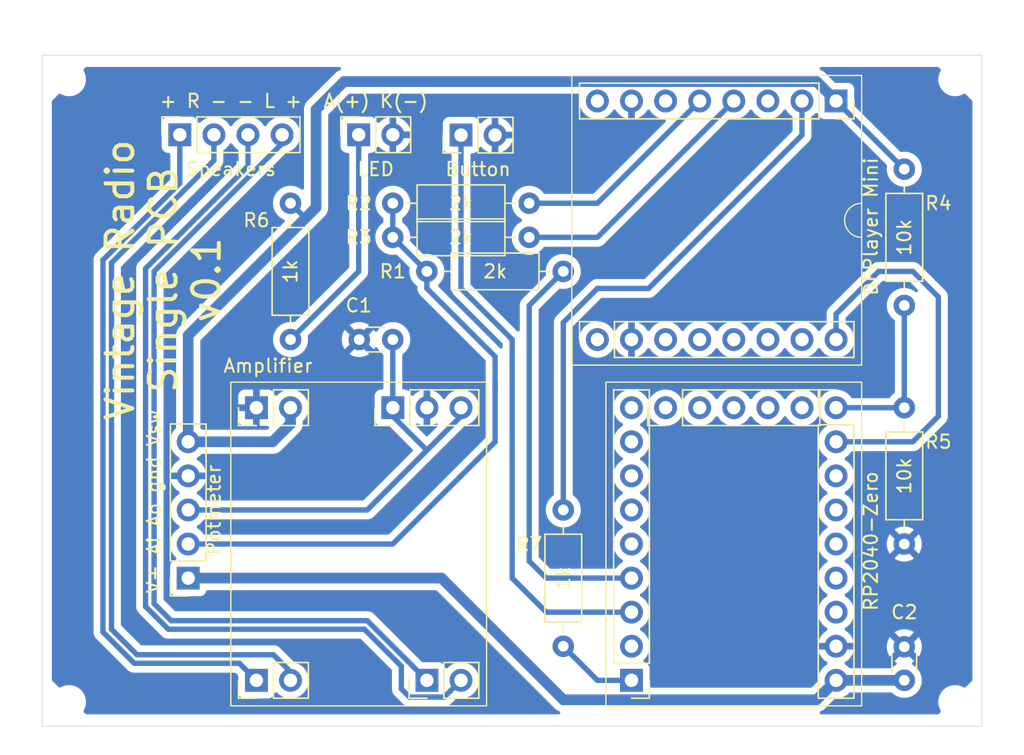
<source format=kicad_pcb>
(kicad_pcb (version 20240108) (generator "pcbnew") (generator_version "8.0")
  (layers (0 "F.Cu" signal) (31 "B.Cu" signal) (34 "B.Paste" user) (35 "F.Paste" user) (36 "B.SilkS" user "B.Silkscreen") (37 "F.SilkS" user "F.Silkscreen") (38 "B.Mask" user) (39 "F.Mask" user) (44 "Edge.Cuts" user))
  (net 0 "")
  (net 1 "Net-(J1-Pin_3)")
  (net 2 "GND")
  (net 3 "Net-(J1-Pin_1)")
  (net 4 "VCC")
  (net 5 "Net-(J1-Pin_2)")
  (net 6 "Net-(J3-Pin_1)")
  (net 7 "Net-(J3-Pin_2)")
  (net 8 "Net-(J4-Pin_4)")
  (net 9 "Net-(J4-Pin_3)")
  (net 10 "Net-(J7-Pin_1)")
  (net 11 "Net-(J8-Pin_1)")
  (net 17 "Net-(J8-Pin_4)")
  (net 19 "Net-(J9-Pin_1)")
  (net 26 "Net-(J11-Pin_1)")
  (net 29 "Net-(J11-Pin_2)")
  (net 34 "Net-(J12-Pin_4)")
  (net 35 "Net-(J12-Pin_5)")
  (net 37 "Net-(J12-Pin_2)")
  (footprint "Connector_PinSocket_2.54mm:PinSocket_1x05_P2.54mm_Vertical" (layer "F.Cu") (at 160.87 88.97 180)
    (property "Reference" "J1" (hide yes))
    (property "Value" "Potmeter" (at -1.905 5.08 90) (layer "F.SilkS"))
    (property "Hint" "V+ Ai Ao gnd Vsw" (at 2.54 5.715 90) (layer "F.SilkS"))
    (fp_line (start 1.33 1.27) (end 1.33 11.49) (stroke (width 0.12)) (layer "F.SilkS"))
    (fp_line (start 1.33 -1.33) (end 1.33 0) (stroke (width 0.12)) (layer "F.SilkS"))
    (fp_line (start 0 -1.33) (end 1.33 -1.33) (stroke (width 0.12)) (layer "F.SilkS"))
    (fp_line (start -1.33 11.49) (end 1.33 11.49) (stroke (width 0.12)) (layer "F.SilkS"))
    (fp_line (start -1.33 1.27) (end 1.33 1.27) (stroke (width 0.12)) (layer "F.SilkS"))
    (fp_line (start -1.33 1.27) (end -1.33 11.49) (stroke (width 0.12)) (layer "F.SilkS"))
    (pad "1" thru_hole rect (at 0 0 180) (size 1.7 1.7) (drill 1) (layers "*.Cu" "*.Mask") (net 3 "Net-(J1-Pin_1)"))
    (pad "2" thru_hole oval (at 0 2.54 180) (size 1.7 1.7) (drill 1) (layers "*.Cu" "*.Mask") (net 5 "Net-(J1-Pin_2)"))
    (pad "3" thru_hole oval (at 0 5.08 180) (size 1.7 1.7) (drill 1) (layers "*.Cu" "*.Mask") (net 1 "Net-(J1-Pin_3)"))
    (pad "4" thru_hole oval (at 0 7.62 180) (size 1.7 1.7) (drill 1) (layers "*.Cu" "*.Mask") (net 2 "GND"))
    (pad "5" thru_hole oval (at 0 10.16 180) (size 1.7 1.7) (drill 1) (layers "*.Cu" "*.Mask") (net 4 "VCC"))
  )
  (footprint "MountingHole:MountingHole_2mm" (layer "F.Cu") (at 152 98.2)
    (property "Reference" "H3" (hide yes))
    (property "Value" "MountingHole")
    (pad "" np_thru_hole circle (at 0 0) (size 2 2) (drill 2) (layers "*.Cu" "*.Mask"))
  )
  (footprint "Connector_PinHeader_2.54mm:PinHeader_1x05_P2.54mm_Vertical" (layer "F.Cu") (at 196.43 76.27 90)
    (property "Reference" "J10" (hide yes))
    (property "Value" "Conn_01x05_Pin")
    (fp_line (start -1.33 -1.33) (end 0 -1.33) (stroke (width 0.12)) (layer "F.SilkS"))
    (fp_line (start -1.33 0) (end -1.33 -1.33) (stroke (width 0.12)) (layer "F.SilkS"))
    (fp_line (start 1.33 1.27) (end 1.33 11.49) (stroke (width 0.12)) (layer "F.SilkS"))
    (fp_line (start -1.33 1.27) (end 1.33 1.27) (stroke (width 0.12)) (layer "F.SilkS"))
    (fp_line (start -1.33 1.27) (end -1.33 11.49) (stroke (width 0.12)) (layer "F.SilkS"))
    (fp_line (start -1.33 11.49) (end 1.33 11.49) (stroke (width 0.12)) (layer "F.SilkS"))
    (pad "1" thru_hole circle (at 0 0 90) (size 1.7 1.7) (drill 1) (layers "*.Cu" "*.Mask"))
    (pad "2" thru_hole oval (at 0 2.54 90) (size 1.7 1.7) (drill 1) (layers "*.Cu" "*.Mask"))
    (pad "3" thru_hole oval (at 0 5.08 90) (size 1.7 1.7) (drill 1) (layers "*.Cu" "*.Mask"))
    (pad "4" thru_hole oval (at 0 7.62 90) (size 1.7 1.7) (drill 1) (layers "*.Cu" "*.Mask"))
    (pad "5" thru_hole oval (at 0 10.16 90) (size 1.7 1.7) (drill 1) (layers "*.Cu" "*.Mask"))
  )
  (footprint "Connector_PinHeader_2.54mm:PinHeader_1x02_P2.54mm_Vertical" (layer "F.Cu") (at 178.65 96.59 90)
    (property "Reference" "J6" (hide yes))
    (property "Value" "Out L")
    (fp_line (start -1.33 -1.33) (end 0 -1.33) (stroke (width 0.12)) (layer "F.SilkS"))
    (fp_line (start -1.33 0) (end -1.33 -1.33) (stroke (width 0.12)) (layer "F.SilkS"))
    (fp_line (start 1.33 1.27) (end 1.33 3.87) (stroke (width 0.12)) (layer "F.SilkS"))
    (fp_line (start -1.33 1.27) (end 1.33 1.27) (stroke (width 0.12)) (layer "F.SilkS"))
    (fp_line (start -1.33 1.27) (end -1.33 3.87) (stroke (width 0.12)) (layer "F.SilkS"))
    (fp_line (start -1.33 3.87) (end 1.33 3.87) (stroke (width 0.12)) (layer "F.SilkS"))
    (pad "1" thru_hole rect (at 0 0 90) (size 1.7 1.7) (drill 1) (layers "*.Cu" "*.Mask") (net 8 "Net-(J4-Pin_4)"))
    (pad "2" thru_hole oval (at 0 2.54 90) (size 1.7 1.7) (drill 1) (layers "*.Cu" "*.Mask") (net 9 "Net-(J4-Pin_3)"))
  )
  (footprint "Resistor_THT:R_Axial_DIN0207_L6.3mm_D2.5mm_P10.16mm_Horizontal" (layer "F.Cu") (at 214.21 58.49 -90)
    (property "Reference" "R4" (at 2.54 -2.54 360) (layer "F.SilkS"))
    (property "Value" "10k" (at 5.08 0 90) (layer "F.SilkS"))
    (fp_line (start 1.81 1.37) (end 8.35 1.37) (stroke (width 0.12)) (layer "F.SilkS"))
    (fp_line (start 8.35 1.37) (end 8.35 -1.37) (stroke (width 0.12)) (layer "F.SilkS"))
    (fp_line (start 1.04 0) (end 1.81 0) (stroke (width 0.12)) (layer "F.SilkS"))
    (fp_line (start 9.12 0) (end 8.35 0) (stroke (width 0.12)) (layer "F.SilkS"))
    (fp_line (start 1.81 -1.37) (end 1.81 1.37) (stroke (width 0.12)) (layer "F.SilkS"))
    (fp_line (start 8.35 -1.37) (end 1.81 -1.37) (stroke (width 0.12)) (layer "F.SilkS"))
    (pad "1" thru_hole circle (at 0 0 270) (size 1.6 1.6) (drill 0.8) (layers "*.Cu" "*.Mask") (net 4 "VCC"))
    (pad "2" thru_hole oval (at 10.16 0 270) (size 1.6 1.6) (drill 0.8) (layers "*.Cu" "*.Mask") (net 26 "Net-(J11-Pin_1)"))
  )
  (footprint "MountingHole:MountingHole_2mm" (layer "F.Cu") (at 152 51.8)
    (property "Reference" "H1" (hide yes))
    (property "Value" "MountingHole")
    (pad "" np_thru_hole circle (at 0 0) (size 2 2) (drill 2) (layers "*.Cu" "*.Mask"))
  )
  (footprint "MountingHole:MountingHole_2mm" (layer "F.Cu") (at 218 98.2)
    (property "Reference" "H4" (hide yes))
    (property "Value" "MountingHole")
    (pad "" np_thru_hole circle (at 0 0) (size 2 2) (drill 2) (layers "*.Cu" "*.Mask"))
  )
  (footprint "Connector_PinHeader_2.54mm:PinHeader_1x09_P2.54mm_Vertical" (layer "F.Cu") (at 193.89 96.59 180)
    (property "Reference" "J8" (hide yes))
    (property "Value" "Conn_01x09_Pin")
    (fp_line (start 1.33 1.27) (end 1.33 21.65) (stroke (width 0.12)) (layer "F.SilkS"))
    (fp_line (start -1.33 21.65) (end 1.33 21.65) (stroke (width 0.12)) (layer "F.SilkS"))
    (fp_line (start -1.33 1.27) (end 1.33 1.27) (stroke (width 0.12)) (layer "F.SilkS"))
    (fp_line (start -1.33 1.27) (end -1.33 21.65) (stroke (width 0.12)) (layer "F.SilkS"))
    (fp_line (start -1.33 0) (end -1.33 -1.33) (stroke (width 0.12)) (layer "F.SilkS"))
    (fp_line (start -1.33 -1.33) (end 0 -1.33) (stroke (width 0.12)) (layer "F.SilkS"))
    (pad "1" thru_hole rect (at 0 0 180) (size 1.7 1.7) (drill 1) (layers "*.Cu" "*.Mask") (net 11 "Net-(J8-Pin_1)"))
    (pad "2" thru_hole oval (at 0 2.54 180) (size 1.7 1.7) (drill 1) (layers "*.Cu" "*.Mask"))
    (pad "3" thru_hole oval (at 0 5.08 180) (size 1.7 1.7) (drill 1) (layers "*.Cu" "*.Mask") (net 10 "Net-(J7-Pin_1)"))
    (pad "4" thru_hole oval (at 0 7.62 180) (size 1.7 1.7) (drill 1) (layers "*.Cu" "*.Mask") (net 17 "Net-(J8-Pin_4)"))
    (pad "5" thru_hole oval (at 0 10.16 180) (size 1.7 1.7) (drill 1) (layers "*.Cu" "*.Mask"))
    (pad "6" thru_hole oval (at 0 12.7 180) (size 1.7 1.7) (drill 1) (layers "*.Cu" "*.Mask"))
    (pad "7" thru_hole oval (at 0 15.24 180) (size 1.7 1.7) (drill 1) (layers "*.Cu" "*.Mask"))
    (pad "8" thru_hole oval (at 0 17.78 180) (size 1.7 1.7) (drill 1) (layers "*.Cu" "*.Mask"))
    (pad "9" thru_hole oval (at 0 20.32 180) (size 1.7 1.7) (drill 1) (layers "*.Cu" "*.Mask"))
  )
  (footprint "Connector_PinHeader_2.54mm:PinHeader_1x03_P2.54mm_Vertical" (layer "F.Cu") (at 176.11 76.27 90)
    (property "Reference" "J5" (hide yes))
    (property "Value" "Volume")
    (fp_line (start -1.33 -1.33) (end 0 -1.33) (stroke (width 0.12)) (layer "F.SilkS"))
    (fp_line (start -1.33 0) (end -1.33 -1.33) (stroke (width 0.12)) (layer "F.SilkS"))
    (fp_line (start 1.33 1.27) (end 1.33 6.41) (stroke (width 0.12)) (layer "F.SilkS"))
    (fp_line (start -1.33 1.27) (end 1.33 1.27) (stroke (width 0.12)) (layer "F.SilkS"))
    (fp_line (start -1.33 1.27) (end -1.33 6.41) (stroke (width 0.12)) (layer "F.SilkS"))
    (fp_line (start -1.33 6.41) (end 1.33 6.41) (stroke (width 0.12)) (layer "F.SilkS"))
    (pad "1" thru_hole rect (at 0 0 90) (size 1.7 1.7) (drill 1) (layers "*.Cu" "*.Mask") (net 1 "Net-(J1-Pin_3)"))
    (pad "2" thru_hole oval (at 0 2.54 90) (size 1.7 1.7) (drill 1) (layers "*.Cu" "*.Mask") (net 2 "GND"))
    (pad "3" thru_hole oval (at 0 5.08 90) (size 1.7 1.7) (drill 1) (layers "*.Cu" "*.Mask") (net 1 "Net-(J1-Pin_3)"))
  )
  (footprint "Connector_PinHeader_2.54mm:PinHeader_1x02_P2.54mm_Vertical" (layer "F.Cu") (at 165.95 96.59 90)
    (property "Reference" "J3" (hide yes))
    (property "Value" "Out R")
    (fp_line (start -1.33 -1.33) (end 0 -1.33) (stroke (width 0.12)) (layer "F.SilkS"))
    (fp_line (start -1.33 0) (end -1.33 -1.33) (stroke (width 0.12)) (layer "F.SilkS"))
    (fp_line (start 1.33 1.27) (end 1.33 3.87) (stroke (width 0.12)) (layer "F.SilkS"))
    (fp_line (start -1.33 1.27) (end 1.33 1.27) (stroke (width 0.12)) (layer "F.SilkS"))
    (fp_line (start -1.33 1.27) (end -1.33 3.87) (stroke (width 0.12)) (layer "F.SilkS"))
    (fp_line (start -1.33 3.87) (end 1.33 3.87) (stroke (width 0.12)) (layer "F.SilkS"))
    (pad "1" thru_hole rect (at 0 0 90) (size 1.7 1.7) (drill 1) (layers "*.Cu" "*.Mask") (net 6 "Net-(J3-Pin_1)"))
    (pad "2" thru_hole oval (at 0 2.54 90) (size 1.7 1.7) (drill 1) (layers "*.Cu" "*.Mask") (net 7 "Net-(J3-Pin_2)"))
  )
  (footprint "Connector_PinSocket_2.54mm:PinSocket_1x08_P2.54mm_Vertical" (layer "F.Cu") (at 191.35 71.19 90)
    (property "Reference" "J13" (hide yes))
    (property "Value" "Conn_01x08_Socket")
    (fp_line (start 1.33 -1.33) (end 1.33 0) (stroke (width 0.12)) (layer "F.SilkS"))
    (fp_line (start 0 -1.33) (end 1.33 -1.33) (stroke (width 0.12)) (layer "F.SilkS"))
    (fp_line (start 1.33 1.27) (end 1.33 19.11) (stroke (width 0.12)) (layer "F.SilkS"))
    (fp_line (start -1.33 1.27) (end 1.33 1.27) (stroke (width 0.12)) (layer "F.SilkS"))
    (fp_line (start -1.33 1.27) (end -1.33 19.11) (stroke (width 0.12)) (layer "F.SilkS"))
    (fp_line (start -1.33 19.11) (end 1.33 19.11) (stroke (width 0.12)) (layer "F.SilkS"))
    (pad "1" thru_hole circle (at 0 0 90) (size 1.7 1.7) (drill 1) (layers "*.Cu" "*.Mask"))
    (pad "2" thru_hole oval (at 0 2.54 90) (size 1.7 1.7) (drill 1) (layers "*.Cu" "*.Mask") (net 2 "GND"))
    (pad "3" thru_hole oval (at 0 5.08 90) (size 1.7 1.7) (drill 1) (layers "*.Cu" "*.Mask"))
    (pad "4" thru_hole oval (at 0 7.62 90) (size 1.7 1.7) (drill 1) (layers "*.Cu" "*.Mask"))
    (pad "5" thru_hole oval (at 0 10.16 90) (size 1.7 1.7) (drill 1) (layers "*.Cu" "*.Mask"))
    (pad "6" thru_hole oval (at 0 12.7 90) (size 1.7 1.7) (drill 1) (layers "*.Cu" "*.Mask"))
    (pad "7" thru_hole oval (at 0 15.24 90) (size 1.7 1.7) (drill 1) (layers "*.Cu" "*.Mask"))
    (pad "8" thru_hole oval (at 0 17.78 90) (size 1.7 1.7) (drill 1) (layers "*.Cu" "*.Mask") (net 29 "Net-(J11-Pin_2)"))
  )
  (footprint "Connector_PinHeader_2.54mm:PinHeader_1x02_P2.54mm_Vertical" (layer "F.Cu") (at 165.95 76.27 90)
    (property "Reference" "J2" (hide yes))
    (property "Value" "PWR")
    (fp_line (start -1.33 -1.33) (end 0 -1.33) (stroke (width 0.12)) (layer "F.SilkS"))
    (fp_line (start -1.33 0) (end -1.33 -1.33) (stroke (width 0.12)) (layer "F.SilkS"))
    (fp_line (start 1.33 1.27) (end 1.33 3.87) (stroke (width 0.12)) (layer "F.SilkS"))
    (fp_line (start -1.33 1.27) (end 1.33 1.27) (stroke (width 0.12)) (layer "F.SilkS"))
    (fp_line (start -1.33 1.27) (end -1.33 3.87) (stroke (width 0.12)) (layer "F.SilkS"))
    (fp_line (start -1.33 3.87) (end 1.33 3.87) (stroke (width 0.12)) (layer "F.SilkS"))
    (pad "1" thru_hole rect (at 0 0 90) (size 1.7 1.7) (drill 1) (layers "*.Cu" "*.Mask") (net 2 "GND"))
    (pad "2" thru_hole oval (at 0 2.54 90) (size 1.7 1.7) (drill 1) (layers "*.Cu" "*.Mask") (net 4 "VCC"))
  )
  (footprint "Resistor_THT:R_Axial_DIN0207_L6.3mm_D2.5mm_P10.16mm_Horizontal" (layer "F.Cu") (at 188.81 83.89 -90)
    (property "Reference" "R7" (at 2.54 2.54 360) (layer "F.SilkS"))
    (property "Value" "1k" (at 5.08 0 90) (layer "F.SilkS"))
    (fp_line (start 1.81 1.37) (end 8.35 1.37) (stroke (width 0.12)) (layer "F.SilkS"))
    (fp_line (start 8.35 1.37) (end 8.35 -1.37) (stroke (width 0.12)) (layer "F.SilkS"))
    (fp_line (start 1.04 0) (end 1.81 0) (stroke (width 0.12)) (layer "F.SilkS"))
    (fp_line (start 9.12 0) (end 8.35 0) (stroke (width 0.12)) (layer "F.SilkS"))
    (fp_line (start 1.81 -1.37) (end 1.81 1.37) (stroke (width 0.12)) (layer "F.SilkS"))
    (fp_line (start 8.35 -1.37) (end 1.81 -1.37) (stroke (width 0.12)) (layer "F.SilkS"))
    (pad "1" thru_hole circle (at 0 0 270) (size 1.6 1.6) (drill 0.8) (layers "*.Cu" "*.Mask") (net 37 "Net-(J12-Pin_2)"))
    (pad "2" thru_hole oval (at 10.16 0 270) (size 1.6 1.6) (drill 0.8) (layers "*.Cu" "*.Mask") (net 11 "Net-(J8-Pin_1)"))
  )
  (footprint "Connector_PinSocket_2.54mm:PinSocket_1x02_P2.54mm_Vertical" (layer "F.Cu") (at 173.57 55.925 90)
    (property "Reference" "J9" (hide yes))
    (property "Value" "LED" (at -2.565 1.27 180) (layer "F.SilkS"))
    (property "Hint" "A(+) K(-)" (at 2.515 1.27 0) (layer "F.SilkS"))
    (fp_line (start 1.33 -1.33) (end 1.33 0) (stroke (width 0.12)) (layer "F.SilkS"))
    (fp_line (start 0 -1.33) (end 1.33 -1.33) (stroke (width 0.12)) (layer "F.SilkS"))
    (fp_line (start 1.33 1.27) (end 1.33 3.87) (stroke (width 0.12)) (layer "F.SilkS"))
    (fp_line (start -1.33 1.27) (end 1.33 1.27) (stroke (width 0.12)) (layer "F.SilkS"))
    (fp_line (start -1.33 1.27) (end -1.33 3.87) (stroke (width 0.12)) (layer "F.SilkS"))
    (fp_line (start -1.33 3.87) (end 1.33 3.87) (stroke (width 0.12)) (layer "F.SilkS"))
    (pad "1" thru_hole rect (at 0 0 90) (size 1.7 1.7) (drill 1) (layers "*.Cu" "*.Mask") (net 19 "Net-(J9-Pin_1)"))
    (pad "2" thru_hole oval (at 0 2.54 90) (size 1.7 1.7) (drill 1) (layers "*.Cu" "*.Mask") (net 2 "GND"))
  )
  (footprint "Capacitor_THT:C_Disc_D3.0mm_W1.6mm_P2.50mm" (layer "F.Cu") (at 214.21 96.59 90)
    (property "Reference" "C2" (at 5.08 0 180) (layer "F.SilkS"))
    (property "Value" "C")
    (fp_line (start 0.621 -0.92) (end 1.879 -0.92) (stroke (width 0.12)) (layer "F.SilkS"))
    (fp_line (start 0.621 0.92) (end 1.879 0.92) (stroke (width 0.12)) (layer "F.SilkS"))
    (pad "1" thru_hole circle (at 0 0 90) (size 1.6 1.6) (drill 0.8) (layers "*.Cu" "*.Mask") (net 3 "Net-(J1-Pin_1)"))
    (pad "2" thru_hole circle (at 2.5 0 90) (size 1.6 1.6) (drill 0.8) (layers "*.Cu" "*.Mask") (net 2 "GND"))
  )
  (footprint "Connector_PinHeader_2.54mm:PinHeader_1x02_P2.54mm_Vertical" (layer "F.Cu") (at 181.19 55.95 90)
    (property "Reference" "J7" (hide yes))
    (property "Value" "Button" (at -2.54 1.27 180) (layer "F.SilkS"))
    (fp_line (start -1.33 -1.33) (end 0 -1.33) (stroke (width 0.12)) (layer "F.SilkS"))
    (fp_line (start -1.33 0) (end -1.33 -1.33) (stroke (width 0.12)) (layer "F.SilkS"))
    (fp_line (start 1.33 1.27) (end 1.33 3.87) (stroke (width 0.12)) (layer "F.SilkS"))
    (fp_line (start -1.33 1.27) (end 1.33 1.27) (stroke (width 0.12)) (layer "F.SilkS"))
    (fp_line (start -1.33 1.27) (end -1.33 3.87) (stroke (width 0.12)) (layer "F.SilkS"))
    (fp_line (start -1.33 3.87) (end 1.33 3.87) (stroke (width 0.12)) (layer "F.SilkS"))
    (pad "1" thru_hole rect (at 0 0 90) (size 1.7 1.7) (drill 1) (layers "*.Cu" "*.Mask") (net 10 "Net-(J7-Pin_1)"))
    (pad "2" thru_hole oval (at 0 2.54 90) (size 1.7 1.7) (drill 1) (layers "*.Cu" "*.Mask") (net 2 "GND"))
  )
  (footprint "Resistor_THT:R_Axial_DIN0207_L6.3mm_D2.5mm_P10.16mm_Horizontal" (layer "F.Cu") (at 214.21 86.43 90)
    (property "Reference" "R5" (at 7.62 2.54 180) (layer "F.SilkS"))
    (property "Value" "10k" (at 5.08 0 90) (layer "F.SilkS"))
    (fp_line (start 8.35 -1.37) (end 1.81 -1.37) (stroke (width 0.12)) (layer "F.SilkS"))
    (fp_line (start 1.81 -1.37) (end 1.81 1.37) (stroke (width 0.12)) (layer "F.SilkS"))
    (fp_line (start 9.12 0) (end 8.35 0) (stroke (width 0.12)) (layer "F.SilkS"))
    (fp_line (start 1.04 0) (end 1.81 0) (stroke (width 0.12)) (layer "F.SilkS"))
    (fp_line (start 8.35 1.37) (end 8.35 -1.37) (stroke (width 0.12)) (layer "F.SilkS"))
    (fp_line (start 1.81 1.37) (end 8.35 1.37) (stroke (width 0.12)) (layer "F.SilkS"))
    (pad "1" thru_hole circle (at 0 0 90) (size 1.6 1.6) (drill 0.8) (layers "*.Cu" "*.Mask") (net 2 "GND"))
    (pad "2" thru_hole oval (at 10.16 0 90) (size 1.6 1.6) (drill 0.8) (layers "*.Cu" "*.Mask") (net 26 "Net-(J11-Pin_1)"))
  )
  (footprint "Resistor_THT:R_Axial_DIN0207_L6.3mm_D2.5mm_P10.16mm_Horizontal" (layer "F.Cu") (at 168.49 61.03 -90)
    (property "Reference" "R6" (at 1.27 2.54 360) (layer "F.SilkS"))
    (property "Value" "1k" (at 5.08 0 90) (layer "F.SilkS"))
    (fp_line (start 1.81 1.37) (end 8.35 1.37) (stroke (width 0.12)) (layer "F.SilkS"))
    (fp_line (start 8.35 1.37) (end 8.35 -1.37) (stroke (width 0.12)) (layer "F.SilkS"))
    (fp_line (start 1.04 0) (end 1.81 0) (stroke (width 0.12)) (layer "F.SilkS"))
    (fp_line (start 9.12 0) (end 8.35 0) (stroke (width 0.12)) (layer "F.SilkS"))
    (fp_line (start 1.81 -1.37) (end 1.81 1.37) (stroke (width 0.12)) (layer "F.SilkS"))
    (fp_line (start 8.35 -1.37) (end 1.81 -1.37) (stroke (width 0.12)) (layer "F.SilkS"))
    (pad "1" thru_hole circle (at 0 0 270) (size 1.6 1.6) (drill 0.8) (layers "*.Cu" "*.Mask") (net 4 "VCC"))
    (pad "2" thru_hole oval (at 10.16 0 270) (size 1.6 1.6) (drill 0.8) (layers "*.Cu" "*.Mask") (net 19 "Net-(J9-Pin_1)"))
  )
  (footprint "Resistor_THT:R_Axial_DIN0207_L6.3mm_D2.5mm_P10.16mm_Horizontal" (layer "F.Cu") (at 176.11 61.03)
    (property "Reference" "R2" (at -2.54 0 0) (layer "F.SilkS"))
    (property "Value" "2k" (at 5.08 0 0) (layer "F.SilkS"))
    (fp_line (start 1.04 0) (end 1.81 0) (stroke (width 0.12)) (layer "F.SilkS"))
    (fp_line (start 1.81 -1.37) (end 1.81 1.37) (stroke (width 0.12)) (layer "F.SilkS"))
    (fp_line (start 1.81 1.37) (end 8.35 1.37) (stroke (width 0.12)) (layer "F.SilkS"))
    (fp_line (start 8.35 -1.37) (end 1.81 -1.37) (stroke (width 0.12)) (layer "F.SilkS"))
    (fp_line (start 8.35 1.37) (end 8.35 -1.37) (stroke (width 0.12)) (layer "F.SilkS"))
    (fp_line (start 9.12 0) (end 8.35 0) (stroke (width 0.12)) (layer "F.SilkS"))
    (pad "1" thru_hole circle (at 0 0) (size 1.6 1.6) (drill 0.8) (layers "*.Cu" "*.Mask") (net 5 "Net-(J1-Pin_2)"))
    (pad "2" thru_hole oval (at 10.16 0) (size 1.6 1.6) (drill 0.8) (layers "*.Cu" "*.Mask") (net 35 "Net-(J12-Pin_5)"))
  )
  (footprint "Resistor_THT:R_Axial_DIN0207_L6.3mm_D2.5mm_P10.16mm_Horizontal" (layer "F.Cu") (at 176.11 63.57)
    (property "Reference" "R3" (at -2.54 0 0) (layer "F.SilkS"))
    (property "Value" "2k" (at 5.08 0 0) (layer "F.SilkS"))
    (fp_line (start 1.04 0) (end 1.81 0) (stroke (width 0.12)) (layer "F.SilkS"))
    (fp_line (start 1.81 -1.37) (end 1.81 1.37) (stroke (width 0.12)) (layer "F.SilkS"))
    (fp_line (start 1.81 1.37) (end 8.35 1.37) (stroke (width 0.12)) (layer "F.SilkS"))
    (fp_line (start 8.35 -1.37) (end 1.81 -1.37) (stroke (width 0.12)) (layer "F.SilkS"))
    (fp_line (start 8.35 1.37) (end 8.35 -1.37) (stroke (width 0.12)) (layer "F.SilkS"))
    (fp_line (start 9.12 0) (end 8.35 0) (stroke (width 0.12)) (layer "F.SilkS"))
    (pad "1" thru_hole circle (at 0 0) (size 1.6 1.6) (drill 0.8) (layers "*.Cu" "*.Mask") (net 5 "Net-(J1-Pin_2)"))
    (pad "2" thru_hole oval (at 10.16 0) (size 1.6 1.6) (drill 0.8) (layers "*.Cu" "*.Mask") (net 34 "Net-(J12-Pin_4)"))
  )
  (footprint "MountingHole:MountingHole_2mm" (layer "F.Cu") (at 218 51.8)
    (property "Reference" "H2" (hide yes))
    (property "Value" "MountingHole")
    (pad "" np_thru_hole circle (at 0 0) (size 2 2) (drill 2) (layers "*.Cu" "*.Mask"))
  )
  (footprint "Capacitor_THT:C_Disc_D3.0mm_W1.6mm_P2.50mm" (layer "F.Cu") (at 176.11 71.19 180)
    (property "Reference" "C1" (at 2.54 2.54 0) (layer "F.SilkS"))
    (property "Value" "C")
    (fp_line (start 0.621 0.92) (end 1.879 0.92) (stroke (width 0.12)) (layer "F.SilkS"))
    (fp_line (start 0.621 -0.92) (end 1.879 -0.92) (stroke (width 0.12)) (layer "F.SilkS"))
    (pad "1" thru_hole circle (at 0 0 180) (size 1.6 1.6) (drill 0.8) (layers "*.Cu" "*.Mask") (net 1 "Net-(J1-Pin_3)"))
    (pad "2" thru_hole circle (at 2.5 0 180) (size 1.6 1.6) (drill 0.8) (layers "*.Cu" "*.Mask") (net 2 "GND"))
  )
  (footprint "Connector_PinSocket_2.54mm:PinSocket_1x08_P2.54mm_Vertical" (layer "F.Cu") (at 209.13 53.41 -90)
    (property "Reference" "J12" (hide yes))
    (property "Value" "Conn_01x08_Socket")
    (fp_line (start -1.33 19.11) (end 1.33 19.11) (stroke (width 0.12)) (layer "F.SilkS"))
    (fp_line (start -1.33 1.27) (end -1.33 19.11) (stroke (width 0.12)) (layer "F.SilkS"))
    (fp_line (start -1.33 1.27) (end 1.33 1.27) (stroke (width 0.12)) (layer "F.SilkS"))
    (fp_line (start 1.33 1.27) (end 1.33 19.11) (stroke (width 0.12)) (layer "F.SilkS"))
    (fp_line (start 0 -1.33) (end 1.33 -1.33) (stroke (width 0.12)) (layer "F.SilkS"))
    (fp_line (start 1.33 -1.33) (end 1.33 0) (stroke (width 0.12)) (layer "F.SilkS"))
    (pad "1" thru_hole rect (at 0 0 270) (size 1.7 1.7) (drill 1) (layers "*.Cu" "*.Mask") (net 4 "VCC"))
    (pad "2" thru_hole oval (at 0 2.54 270) (size 1.7 1.7) (drill 1) (layers "*.Cu" "*.Mask") (net 37 "Net-(J12-Pin_2)"))
    (pad "3" thru_hole oval (at 0 5.08 270) (size 1.7 1.7) (drill 1) (layers "*.Cu" "*.Mask"))
    (pad "4" thru_hole oval (at 0 7.62 270) (size 1.7 1.7) (drill 1) (layers "*.Cu" "*.Mask") (net 34 "Net-(J12-Pin_4)"))
    (pad "5" thru_hole oval (at 0 10.16 270) (size 1.7 1.7) (drill 1) (layers "*.Cu" "*.Mask") (net 35 "Net-(J12-Pin_5)"))
    (pad "6" thru_hole oval (at 0 12.7 270) (size 1.7 1.7) (drill 1) (layers "*.Cu" "*.Mask"))
    (pad "7" thru_hole oval (at 0 15.24 270) (size 1.7 1.7) (drill 1) (layers "*.Cu" "*.Mask") (net 2 "GND"))
    (pad "8" thru_hole oval (at 0 17.78 270) (size 1.7 1.7) (drill 1) (layers "*.Cu" "*.Mask"))
  )
  (footprint "Resistor_THT:R_Axial_DIN0207_L6.3mm_D2.5mm_P10.16mm_Horizontal" (layer "F.Cu") (at 178.65 66.11)
    (property "Reference" "R1" (at -2.54 0 0) (layer "F.SilkS"))
    (property "Value" "2k" (at 5.08 0 0) (layer "F.SilkS"))
    (fp_line (start 1.04 0) (end 1.81 0) (stroke (width 0.12)) (layer "F.SilkS"))
    (fp_line (start 1.81 -1.37) (end 1.81 1.37) (stroke (width 0.12)) (layer "F.SilkS"))
    (fp_line (start 1.81 1.37) (end 8.35 1.37) (stroke (width 0.12)) (layer "F.SilkS"))
    (fp_line (start 8.35 -1.37) (end 1.81 -1.37) (stroke (width 0.12)) (layer "F.SilkS"))
    (fp_line (start 8.35 1.37) (end 8.35 -1.37) (stroke (width 0.12)) (layer "F.SilkS"))
    (fp_line (start 9.12 0) (end 8.35 0) (stroke (width 0.12)) (layer "F.SilkS"))
    (pad "1" thru_hole circle (at 0 0) (size 1.6 1.6) (drill 0.8) (layers "*.Cu" "*.Mask") (net 5 "Net-(J1-Pin_2)"))
    (pad "2" thru_hole oval (at 10.16 0) (size 1.6 1.6) (drill 0.8) (layers "*.Cu" "*.Mask") (net 17 "Net-(J8-Pin_4)"))
  )
  (footprint "Connector_PinHeader_2.54mm:PinHeader_1x09_P2.54mm_Vertical" (layer "F.Cu") (at 209.13 76.27)
    (property "Reference" "J11" (hide yes))
    (property "Value" "Conn_01x09_Pin")
    (fp_line (start -1.33 -1.33) (end 0 -1.33) (stroke (width 0.12)) (layer "F.SilkS"))
    (fp_line (start -1.33 0) (end -1.33 -1.33) (stroke (width 0.12)) (layer "F.SilkS"))
    (fp_line (start -1.33 1.27) (end -1.33 21.65) (stroke (width 0.12)) (layer "F.SilkS"))
    (fp_line (start -1.33 1.27) (end 1.33 1.27) (stroke (width 0.12)) (layer "F.SilkS"))
    (fp_line (start -1.33 21.65) (end 1.33 21.65) (stroke (width 0.12)) (layer "F.SilkS"))
    (fp_line (start 1.33 1.27) (end 1.33 21.65) (stroke (width 0.12)) (layer "F.SilkS"))
    (pad "1" thru_hole circle (at 0 0) (size 1.7 1.7) (drill 1) (layers "*.Cu" "*.Mask") (net 26 "Net-(J11-Pin_1)"))
    (pad "2" thru_hole oval (at 0 2.54) (size 1.7 1.7) (drill 1) (layers "*.Cu" "*.Mask") (net 29 "Net-(J11-Pin_2)"))
    (pad "3" thru_hole oval (at 0 5.08) (size 1.7 1.7) (drill 1) (layers "*.Cu" "*.Mask"))
    (pad "4" thru_hole oval (at 0 7.62) (size 1.7 1.7) (drill 1) (layers "*.Cu" "*.Mask"))
    (pad "5" thru_hole oval (at 0 10.16) (size 1.7 1.7) (drill 1) (layers "*.Cu" "*.Mask"))
    (pad "6" thru_hole oval (at 0 12.7) (size 1.7 1.7) (drill 1) (layers "*.Cu" "*.Mask"))
    (pad "7" thru_hole oval (at 0 15.24) (size 1.7 1.7) (drill 1) (layers "*.Cu" "*.Mask"))
    (pad "8" thru_hole oval (at 0 17.78) (size 1.7 1.7) (drill 1) (layers "*.Cu" "*.Mask") (net 2 "GND"))
    (pad "9" thru_hole oval (at 0 20.32) (size 1.7 1.7) (drill 1) (layers "*.Cu" "*.Mask") (net 3 "Net-(J1-Pin_1)"))
  )
  (footprint "Connector_PinSocket_2.54mm:PinSocket_1x04_P2.54mm_Vertical" (layer "F.Cu") (at 160.245 55.925 90)
    (property "Reference" "J4" (hide yes))
    (property "Value" "Speakers" (at -2.565 3.8 180) (layer "F.SilkS"))
    (property "Hint" "+ R - - L +" (at 2.515 3.8 0) (layer "F.SilkS"))
    (fp_line (start 1.33 -1.33) (end 1.33 0) (stroke (width 0.12)) (layer "F.SilkS"))
    (fp_line (start 0 -1.33) (end 1.33 -1.33) (stroke (width 0.12)) (layer "F.SilkS"))
    (fp_line (start 1.33 1.27) (end 1.33 8.95) (stroke (width 0.12)) (layer "F.SilkS"))
    (fp_line (start -1.33 1.27) (end 1.33 1.27) (stroke (width 0.12)) (layer "F.SilkS"))
    (fp_line (start -1.33 1.27) (end -1.33 8.95) (stroke (width 0.12)) (layer "F.SilkS"))
    (fp_line (start -1.33 8.95) (end 1.33 8.95) (stroke (width 0.12)) (layer "F.SilkS"))
    (pad "1" thru_hole rect (at 0 0 90) (size 1.7 1.7) (drill 1) (layers "*.Cu" "*.Mask") (net 6 "Net-(J3-Pin_1)"))
    (pad "2" thru_hole oval (at 0 2.54 90) (size 1.7 1.7) (drill 1) (layers "*.Cu" "*.Mask") (net 7 "Net-(J3-Pin_2)"))
    (pad "3" thru_hole oval (at 0 5.08 90) (size 1.7 1.7) (drill 1) (layers "*.Cu" "*.Mask") (net 9 "Net-(J4-Pin_3)"))
    (pad "4" thru_hole oval (at 0 7.62 90) (size 1.7 1.7) (drill 1) (layers "*.Cu" "*.Mask") (net 8 "Net-(J4-Pin_4)"))
  )
  (gr_rect (start 191.985 74.365) (end 211.035 98.495) (stroke (width 0.1)) (fill none) (layer "F.SilkS"))
  (gr_rect (start 189.445 51.505) (end 211.035 73.095) (stroke (width 0.1)) (fill none) (layer "F.SilkS"))
  (gr_rect (start 164.045 74.365) (end 183.095 98.495) (stroke (width 0.1)) (fill none) (layer "F.SilkS"))
  (gr_arc (start 211.035 63.57) (mid 209.765 62.3) (end 211.035 61.03) (stroke (width 0.1)) (layer "F.SilkS"))
  (gr_rect (start 150 50) (end 220 100) (stroke (width 0.05)) (fill none) (layer "Edge.Cuts"))
  (gr_text "DFPlayer Mini" (at 212.305 68.015 90) (layer "F.SilkS") (effects (font (size 1 1)) (justify left bottom)))
  (gr_text "Amplifier" (at 163.41 73.73 0) (layer "F.SilkS") (effects (font (size 1 1)) (justify left bottom)))
  (gr_text "Vintage Radio\nSingle PCB\nv0.1" (at 163.41 66.745 90) (layer "F.SilkS") (effects (font (size 2 2) (thickness 0.3)) (justify bottom)))
  (gr_text "RP2040-Zero" (at 212.305 91.51 90) (layer "F.SilkS") (effects (font (size 1 1)) (justify left bottom)))
  (segment (start 176.11 76.905) (end 178.65 79.445) (width 0.4) (layer "B.Cu") (net 1))
  (segment (start 176.11 71.19) (end 176.11 76.27) (width 0.4) (layer "B.Cu") (net 1))
  (segment (start 178.65 79.445) (end 174.205 83.89) (width 0.4) (layer "B.Cu") (net 1))
  (segment (start 181.19 76.905) (end 178.65 79.445) (width 0.4) (layer "B.Cu") (net 1))
  (segment (start 174.205 83.89) (end 160.87 83.89) (width 0.4) (layer "B.Cu") (net 1))
  (segment (start 176.11 76.27) (end 176.11 76.905) (width 0.4) (layer "B.Cu") (net 1))
  (segment (start 181.19 76.27) (end 181.19 76.905) (width 0.4) (layer "B.Cu") (net 1))
  (segment (start 214.17 94.05) (end 214.21 94.09) (width 0.8) (layer "B.Cu") (net 2))
  (segment (start 179.74 88.97) (end 160.87 88.97) (width 0.8) (layer "B.Cu") (net 3))
  (segment (start 188.81 98.04) (end 179.74 88.97) (width 0.8) (layer "B.Cu") (net 3))
  (segment (start 209.13 96.59) (end 207.68 98.04) (width 0.8) (layer "B.Cu") (net 3))
  (segment (start 209.13 96.59) (end 214.21 96.59) (width 0.8) (layer "B.Cu") (net 3))
  (segment (start 207.68 98.04) (end 188.81 98.04) (width 0.8) (layer "B.Cu") (net 3))
  (segment (start 170.395 54.045) (end 170.395 61.3475) (width 0.8) (layer "B.Cu") (net 4))
  (segment (start 207.68 51.96) (end 172.48 51.96) (width 0.8) (layer "B.Cu") (net 4))
  (segment (start 169.60125 62.14125) (end 160.87 70.8725) (width 0.8) (layer "B.Cu") (net 4))
  (segment (start 168.49 61.03) (end 169.60125 62.14125) (width 0.4) (layer "B.Cu") (net 4))
  (segment (start 168.49 77.472081) (end 168.49 76.27) (width 0.8) (layer "B.Cu") (net 4))
  (segment (start 160.87 78.81) (end 167.152081 78.81) (width 0.8) (layer "B.Cu") (net 4))
  (segment (start 214.21 58.49) (end 209.13 53.41) (width 0.4) (layer "B.Cu") (net 4))
  (segment (start 167.152081 78.81) (end 168.49 77.472081) (width 0.8) (layer "B.Cu") (net 4))
  (segment (start 209.13 53.41) (end 207.68 51.96) (width 0.8) (layer "B.Cu") (net 4))
  (segment (start 172.48 51.96) (end 170.395 54.045) (width 0.8) (layer "B.Cu") (net 4))
  (segment (start 170.395 61.3475) (end 169.60125 62.14125) (width 0.8) (layer "B.Cu") (net 4))
  (segment (start 160.87 70.8725) (end 160.87 78.81) (width 0.8) (layer "B.Cu") (net 4))
  (segment (start 183.73 75) (end 183.73 78.81) (width 0.4) (layer "B.Cu") (net 5))
  (segment (start 183.73 75) (end 183.73 72.46) (width 0.4) (layer "B.Cu") (net 5))
  (segment (start 183.73 78.81) (end 176.11 86.43) (width 0.4) (layer "B.Cu") (net 5))
  (segment (start 178.65 67.38) (end 178.65 66.11) (width 0.4) (layer "B.Cu") (net 5))
  (segment (start 183.73 72.46) (end 178.65 67.38) (width 0.4) (layer "B.Cu") (net 5))
  (segment (start 183.73 74.365) (end 183.73 75) (width 0.4) (layer "B.Cu") (net 5))
  (segment (start 178.65 66.11) (end 176.11 63.57) (width 0.4) (layer "B.Cu") (net 5))
  (segment (start 160.87 86.43) (end 176.11 86.43) (width 0.4) (layer "B.Cu") (net 5))
  (segment (start 176.11 63.57) (end 176.11 61.03) (width 0.4) (layer "B.Cu") (net 5))
  (segment (start 154.52 65.261472) (end 154.52 92.993528) (width 0.4) (layer "B.Cu") (net 6))
  (segment (start 156.846472 95.32) (end 164.68 95.32) (width 0.4) (layer "B.Cu") (net 6))
  (segment (start 160.245 55.925) (end 160.245 59.536472) (width 0.4) (layer "B.Cu") (net 6))
  (segment (start 154.52 92.993528) (end 156.846472 95.32) (width 0.4) (layer "B.Cu") (net 6))
  (segment (start 160.245 59.536472) (end 154.52 65.261472) (width 0.4) (layer "B.Cu") (net 6))
  (segment (start 164.68 95.32) (end 165.95 96.59) (width 0.4) (layer "B.Cu") (net 6))
  (segment (start 168.49 96.59) (end 168.49 95.955) (width 0.4) (layer "B.Cu") (net 7))
  (segment (start 168.49 95.955) (end 167.22 94.685) (width 0.4) (layer "B.Cu") (net 7))
  (segment (start 157.06 94.685) (end 155.155 92.78) (width 0.4) (layer "B.Cu") (net 7))
  (segment (start 155.155 65.475) (end 162.785 57.845) (width 0.4) (layer "B.Cu") (net 7))
  (segment (start 162.785 57.845) (end 162.785 55.925) (width 0.4) (layer "B.Cu") (net 7))
  (segment (start 155.155 92.78) (end 155.155 65.475) (width 0.4) (layer "B.Cu") (net 7))
  (segment (start 167.22 94.685) (end 157.06 94.685) (width 0.4) (layer "B.Cu") (net 7))
  (segment (start 158.33 90.875) (end 158.33 66.11) (width 0.4) (layer "B.Cu") (net 8))
  (segment (start 178.65 96.59) (end 174.205 92.145) (width 0.4) (layer "B.Cu") (net 8))
  (segment (start 167.865 56.575) (end 158.33 66.11) (width 0.4) (layer "B.Cu") (net 8))
  (segment (start 159.6 92.145) (end 158.33 90.875) (width 0.4) (layer "B.Cu") (net 8))
  (segment (start 174.205 92.145) (end 159.6 92.145) (width 0.4) (layer "B.Cu") (net 8))
  (segment (start 167.865 55.925) (end 167.865 56.575) (width 0.4) (layer "B.Cu") (net 8))
  (segment (start 176.745 97.225) (end 177.36 97.84) (width 0.4) (layer "B.Cu") (net 9))
  (segment (start 165.325 58.266472) (end 157.695 65.896472) (width 0.4) (layer "B.Cu") (net 9))
  (segment (start 177.36 97.84) (end 179.94 97.84) (width 0.4) (layer "B.Cu") (net 9))
  (segment (start 159.386472 92.78) (end 173.991472 92.78) (width 0.4) (layer "B.Cu") (net 9))
  (segment (start 165.325 55.925) (end 165.325 58.266472) (width 0.4) (layer "B.Cu") (net 9))
  (segment (start 173.991472 92.78) (end 176.745 95.533528) (width 0.4) (layer "B.Cu") (net 9))
  (segment (start 176.745 95.533528) (end 176.745 97.225) (width 0.4) (layer "B.Cu") (net 9))
  (segment (start 157.695 65.896472) (end 157.695 91.088528) (width 0.4) (layer "B.Cu") (net 9))
  (segment (start 179.94 97.84) (end 181.19 96.59) (width 0.4) (layer "B.Cu") (net 9))
  (segment (start 157.695 91.088528) (end 159.386472 92.78) (width 0.4) (layer "B.Cu") (net 9))
  (segment (start 185 71.19) (end 185 88.97) (width 0.4) (layer "B.Cu") (net 10))
  (segment (start 181.19 55.95) (end 181.19 67.38) (width 0.4) (layer "B.Cu") (net 10))
  (segment (start 185 88.97) (end 187.54 91.51) (width 0.4) (layer "B.Cu") (net 10))
  (segment (start 187.54 91.51) (end 193.89 91.51) (width 0.4) (layer "B.Cu") (net 10))
  (segment (start 181.19 67.38) (end 185 71.19) (width 0.4) (layer "B.Cu") (net 10))
  (segment (start 188.81 94.05) (end 191.35 96.59) (width 0.4) (layer "B.Cu") (net 11))
  (segment (start 193.89 96.59) (end 191.35 96.59) (width 0.4) (layer "B.Cu") (net 11))
  (segment (start 186.27 68.65) (end 188.81 66.11) (width 0.4) (layer "B.Cu") (net 17))
  (segment (start 186.27 87.7) (end 186.27 68.65) (width 0.4) (layer "B.Cu") (net 17))
  (segment (start 193.89 88.97) (end 187.54 88.97) (width 0.4) (layer "B.Cu") (net 17))
  (segment (start 187.54 88.97) (end 186.27 87.7) (width 0.4) (layer "B.Cu") (net 17))
  (segment (start 173.57 55.925) (end 173.57 66.11) (width 0.4) (layer "B.Cu") (net 19))
  (segment (start 173.57 66.11) (end 168.49 71.19) (width 0.4) (layer "B.Cu") (net 19))
  (segment (start 209.13 76.27) (end 214.21 76.27) (width 0.4) (layer "B.Cu") (net 26))
  (segment (start 214.21 68.65) (end 214.21 76.27) (width 0.4) (layer "B.Cu") (net 26))
  (segment (start 214.845 66.11) (end 216.75 68.015) (width 0.4) (layer "B.Cu") (net 29))
  (segment (start 216.75 68.015) (end 216.75 76.905) (width 0.4) (layer "B.Cu") (net 29))
  (segment (start 212.305 66.11) (end 214.845 66.11) (width 0.4) (layer "B.Cu") (net 29))
  (segment (start 209.13 71.19) (end 209.13 69.285) (width 0.4) (layer "B.Cu") (net 29))
  (segment (start 214.845 78.81) (end 209.13 78.81) (width 0.4) (layer "B.Cu") (net 29))
  (segment (start 216.75 76.905) (end 214.845 78.81) (width 0.4) (layer "B.Cu") (net 29))
  (segment (start 209.13 69.285) (end 212.305 66.11) (width 0.4) (layer "B.Cu") (net 29))
  (segment (start 191.35 63.57) (end 201.51 53.41) (width 0.4) (layer "B.Cu") (net 34))
  (segment (start 186.27 63.57) (end 191.35 63.57) (width 0.4) (layer "B.Cu") (net 34))
  (segment (start 186.27 61.03) (end 191.35 61.03) (width 0.4) (layer "B.Cu") (net 35))
  (segment (start 191.35 61.03) (end 198.97 53.41) (width 0.4) (layer "B.Cu") (net 35))
  (segment (start 206.59 53.41) (end 206.59 55.95) (width 0.4) (layer "B.Cu") (net 37))
  (segment (start 191.35 67.38) (end 188.81 69.92) (width 0.4) (layer "B.Cu") (net 37))
  (segment (start 206.59 55.95) (end 195.16 67.38) (width 0.4) (layer "B.Cu") (net 37))
  (segment (start 188.81 83.89) (end 188.81 69.92) (width 0.4) (layer "B.Cu") (net 37))
  (segment (start 195.16 67.38) (end 191.35 67.38) (width 0.4) (layer "B.Cu") (net 37))
  (zone (net 2) (net_name "GND") (layer "B.Cu") (connect_pads (clearance 0.5)) (min_thickness 0.25) (fill yes (thermal_gap 0.5) (thermal_bridge_width 0.5) (smoothing chamfer) (radius 2.54))
    (polygon (pts (xy 150.71 99.13) (xy 150.71 50.87) (xy 219.29 50.87) (xy 219.29 99.13)))
  )
)
</source>
